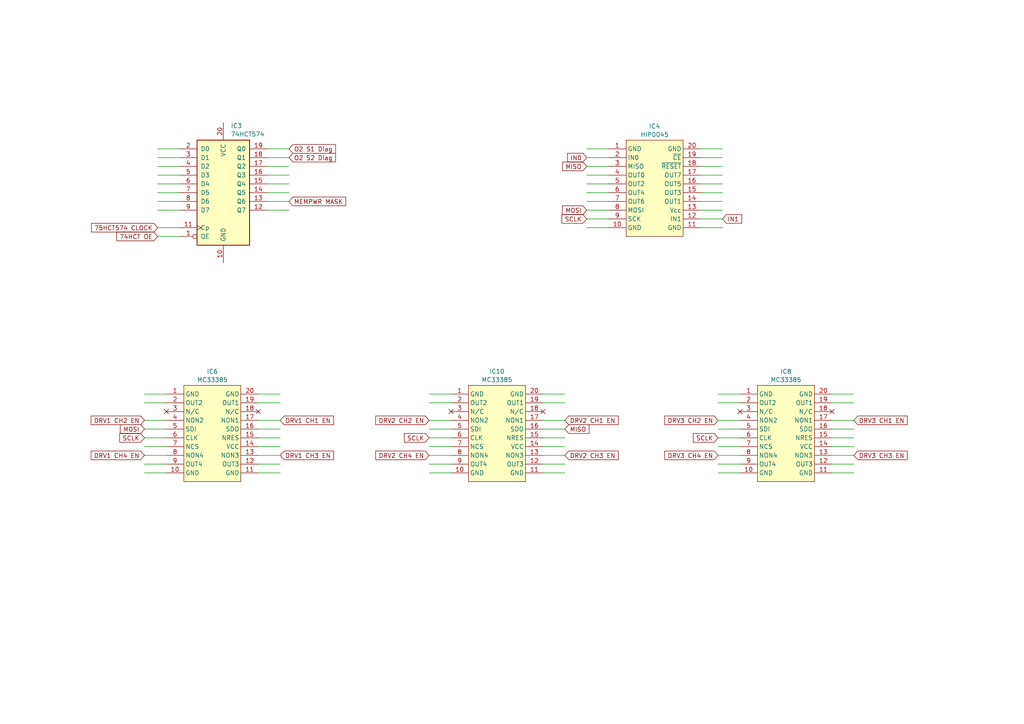
<source format=kicad_sch>
(kicad_sch
	(version 20250114)
	(generator "eeschema")
	(generator_version "9.0")
	(uuid "eda7d0c5-9d8c-4328-a872-3b457afecc6a")
	(paper "A4")
	(lib_symbols
		(symbol "74xx:74HCT574"
			(pin_names
				(offset 1.016)
			)
			(exclude_from_sim no)
			(in_bom yes)
			(on_board yes)
			(property "Reference" "U"
				(at -7.62 16.51 0)
				(effects
					(font
						(size 1.27 1.27)
					)
				)
			)
			(property "Value" "74HCT574"
				(at -7.62 -16.51 0)
				(effects
					(font
						(size 1.27 1.27)
					)
				)
			)
			(property "Footprint" ""
				(at 0 0 0)
				(effects
					(font
						(size 1.27 1.27)
					)
					(hide yes)
				)
			)
			(property "Datasheet" "http://www.ti.com/lit/gpn/sn74HCT574"
				(at 0 0 0)
				(effects
					(font
						(size 1.27 1.27)
					)
					(hide yes)
				)
			)
			(property "Description" "8-bit Register, 3-state outputs"
				(at 0 0 0)
				(effects
					(font
						(size 1.27 1.27)
					)
					(hide yes)
				)
			)
			(property "ki_locked" ""
				(at 0 0 0)
				(effects
					(font
						(size 1.27 1.27)
					)
				)
			)
			(property "ki_keywords" "TTL REG DFF DFF8 3State"
				(at 0 0 0)
				(effects
					(font
						(size 1.27 1.27)
					)
					(hide yes)
				)
			)
			(property "ki_fp_filters" "DIP?20*"
				(at 0 0 0)
				(effects
					(font
						(size 1.27 1.27)
					)
					(hide yes)
				)
			)
			(symbol "74HCT574_1_0"
				(pin input line
					(at -12.7 12.7 0)
					(length 5.08)
					(name "D0"
						(effects
							(font
								(size 1.27 1.27)
							)
						)
					)
					(number "2"
						(effects
							(font
								(size 1.27 1.27)
							)
						)
					)
				)
				(pin input line
					(at -12.7 10.16 0)
					(length 5.08)
					(name "D1"
						(effects
							(font
								(size 1.27 1.27)
							)
						)
					)
					(number "3"
						(effects
							(font
								(size 1.27 1.27)
							)
						)
					)
				)
				(pin input line
					(at -12.7 7.62 0)
					(length 5.08)
					(name "D2"
						(effects
							(font
								(size 1.27 1.27)
							)
						)
					)
					(number "4"
						(effects
							(font
								(size 1.27 1.27)
							)
						)
					)
				)
				(pin input line
					(at -12.7 5.08 0)
					(length 5.08)
					(name "D3"
						(effects
							(font
								(size 1.27 1.27)
							)
						)
					)
					(number "5"
						(effects
							(font
								(size 1.27 1.27)
							)
						)
					)
				)
				(pin input line
					(at -12.7 2.54 0)
					(length 5.08)
					(name "D4"
						(effects
							(font
								(size 1.27 1.27)
							)
						)
					)
					(number "6"
						(effects
							(font
								(size 1.27 1.27)
							)
						)
					)
				)
				(pin input line
					(at -12.7 0 0)
					(length 5.08)
					(name "D5"
						(effects
							(font
								(size 1.27 1.27)
							)
						)
					)
					(number "7"
						(effects
							(font
								(size 1.27 1.27)
							)
						)
					)
				)
				(pin input line
					(at -12.7 -2.54 0)
					(length 5.08)
					(name "D6"
						(effects
							(font
								(size 1.27 1.27)
							)
						)
					)
					(number "8"
						(effects
							(font
								(size 1.27 1.27)
							)
						)
					)
				)
				(pin input line
					(at -12.7 -5.08 0)
					(length 5.08)
					(name "D7"
						(effects
							(font
								(size 1.27 1.27)
							)
						)
					)
					(number "9"
						(effects
							(font
								(size 1.27 1.27)
							)
						)
					)
				)
				(pin input clock
					(at -12.7 -10.16 0)
					(length 5.08)
					(name "Cp"
						(effects
							(font
								(size 1.27 1.27)
							)
						)
					)
					(number "11"
						(effects
							(font
								(size 1.27 1.27)
							)
						)
					)
				)
				(pin input inverted
					(at -12.7 -12.7 0)
					(length 5.08)
					(name "OE"
						(effects
							(font
								(size 1.27 1.27)
							)
						)
					)
					(number "1"
						(effects
							(font
								(size 1.27 1.27)
							)
						)
					)
				)
				(pin power_in line
					(at 0 20.32 270)
					(length 5.08)
					(name "VCC"
						(effects
							(font
								(size 1.27 1.27)
							)
						)
					)
					(number "20"
						(effects
							(font
								(size 1.27 1.27)
							)
						)
					)
				)
				(pin power_in line
					(at 0 -20.32 90)
					(length 5.08)
					(name "GND"
						(effects
							(font
								(size 1.27 1.27)
							)
						)
					)
					(number "10"
						(effects
							(font
								(size 1.27 1.27)
							)
						)
					)
				)
				(pin tri_state line
					(at 12.7 12.7 180)
					(length 5.08)
					(name "Q0"
						(effects
							(font
								(size 1.27 1.27)
							)
						)
					)
					(number "19"
						(effects
							(font
								(size 1.27 1.27)
							)
						)
					)
				)
				(pin tri_state line
					(at 12.7 10.16 180)
					(length 5.08)
					(name "Q1"
						(effects
							(font
								(size 1.27 1.27)
							)
						)
					)
					(number "18"
						(effects
							(font
								(size 1.27 1.27)
							)
						)
					)
				)
				(pin tri_state line
					(at 12.7 7.62 180)
					(length 5.08)
					(name "Q2"
						(effects
							(font
								(size 1.27 1.27)
							)
						)
					)
					(number "17"
						(effects
							(font
								(size 1.27 1.27)
							)
						)
					)
				)
				(pin tri_state line
					(at 12.7 5.08 180)
					(length 5.08)
					(name "Q3"
						(effects
							(font
								(size 1.27 1.27)
							)
						)
					)
					(number "16"
						(effects
							(font
								(size 1.27 1.27)
							)
						)
					)
				)
				(pin tri_state line
					(at 12.7 2.54 180)
					(length 5.08)
					(name "Q4"
						(effects
							(font
								(size 1.27 1.27)
							)
						)
					)
					(number "15"
						(effects
							(font
								(size 1.27 1.27)
							)
						)
					)
				)
				(pin tri_state line
					(at 12.7 0 180)
					(length 5.08)
					(name "Q5"
						(effects
							(font
								(size 1.27 1.27)
							)
						)
					)
					(number "14"
						(effects
							(font
								(size 1.27 1.27)
							)
						)
					)
				)
				(pin tri_state line
					(at 12.7 -2.54 180)
					(length 5.08)
					(name "Q6"
						(effects
							(font
								(size 1.27 1.27)
							)
						)
					)
					(number "13"
						(effects
							(font
								(size 1.27 1.27)
							)
						)
					)
				)
				(pin tri_state line
					(at 12.7 -5.08 180)
					(length 5.08)
					(name "Q7"
						(effects
							(font
								(size 1.27 1.27)
							)
						)
					)
					(number "12"
						(effects
							(font
								(size 1.27 1.27)
							)
						)
					)
				)
			)
			(symbol "74HCT574_1_1"
				(rectangle
					(start -7.62 15.24)
					(end 7.62 -15.24)
					(stroke
						(width 0.254)
						(type default)
					)
					(fill
						(type background)
					)
				)
			)
			(embedded_fonts no)
		)
		(symbol "SIMK43:HIP0045"
			(exclude_from_sim no)
			(in_bom yes)
			(on_board yes)
			(property "Reference" "IC"
				(at 1.27 -12.446 0)
				(effects
					(font
						(size 1.27 1.27)
					)
				)
			)
			(property "Value" ""
				(at 0 0 0)
				(effects
					(font
						(size 1.27 1.27)
					)
				)
			)
			(property "Footprint" ""
				(at 0 0 0)
				(effects
					(font
						(size 1.27 1.27)
					)
					(hide yes)
				)
			)
			(property "Datasheet" ""
				(at 0 0 0)
				(effects
					(font
						(size 1.27 1.27)
					)
					(hide yes)
				)
			)
			(property "Description" ""
				(at 0 0 0)
				(effects
					(font
						(size 1.27 1.27)
					)
					(hide yes)
				)
			)
			(symbol "HIP0045_1_1"
				(rectangle
					(start -7.62 13.97)
					(end 8.89 -13.97)
					(stroke
						(width 0)
						(type solid)
					)
					(fill
						(type color)
						(color 255 255 194 1)
					)
				)
				(pin bidirectional line
					(at -12.7 11.43 0)
					(length 5)
					(name "GND"
						(effects
							(font
								(size 1.27 1.27)
							)
						)
					)
					(number "1"
						(effects
							(font
								(size 1.27 1.27)
							)
						)
					)
				)
				(pin bidirectional line
					(at -12.7 8.89 0)
					(length 5)
					(name "IN0"
						(effects
							(font
								(size 1.27 1.27)
							)
						)
					)
					(number "2"
						(effects
							(font
								(size 1.27 1.27)
							)
						)
					)
				)
				(pin bidirectional line
					(at -12.7 6.35 0)
					(length 5)
					(name "MISO"
						(effects
							(font
								(size 1.27 1.27)
							)
						)
					)
					(number "3"
						(effects
							(font
								(size 1.27 1.27)
							)
						)
					)
				)
				(pin bidirectional line
					(at -12.7 3.81 0)
					(length 5)
					(name "OUT0"
						(effects
							(font
								(size 1.27 1.27)
							)
						)
					)
					(number "4"
						(effects
							(font
								(size 1.27 1.27)
							)
						)
					)
				)
				(pin bidirectional line
					(at -12.7 1.27 0)
					(length 5)
					(name "OUT2"
						(effects
							(font
								(size 1.27 1.27)
							)
						)
					)
					(number "5"
						(effects
							(font
								(size 1.27 1.27)
							)
						)
					)
				)
				(pin bidirectional line
					(at -12.7 -1.27 0)
					(length 5)
					(name "OUT4"
						(effects
							(font
								(size 1.27 1.27)
							)
						)
					)
					(number "6"
						(effects
							(font
								(size 1.27 1.27)
							)
						)
					)
				)
				(pin bidirectional line
					(at -12.7 -3.81 0)
					(length 5)
					(name "OUT6"
						(effects
							(font
								(size 1.27 1.27)
							)
						)
					)
					(number "7"
						(effects
							(font
								(size 1.27 1.27)
							)
						)
					)
				)
				(pin bidirectional line
					(at -12.7 -6.35 0)
					(length 5)
					(name "MOSI"
						(effects
							(font
								(size 1.27 1.27)
							)
						)
					)
					(number "8"
						(effects
							(font
								(size 1.27 1.27)
							)
						)
					)
				)
				(pin bidirectional line
					(at -12.7 -8.89 0)
					(length 5)
					(name "SCK"
						(effects
							(font
								(size 1.27 1.27)
							)
						)
					)
					(number "9"
						(effects
							(font
								(size 1.27 1.27)
							)
						)
					)
				)
				(pin bidirectional line
					(at -12.7 -11.43 0)
					(length 5)
					(name "GND"
						(effects
							(font
								(size 1.27 1.27)
							)
						)
					)
					(number "10"
						(effects
							(font
								(size 1.27 1.27)
							)
						)
					)
				)
				(pin bidirectional line
					(at 13.97 11.43 180)
					(length 5)
					(name "GND"
						(effects
							(font
								(size 1.27 1.27)
							)
						)
					)
					(number "20"
						(effects
							(font
								(size 1.27 1.27)
							)
						)
					)
				)
				(pin bidirectional line
					(at 13.97 8.89 180)
					(length 5)
					(name "~{CE}"
						(effects
							(font
								(size 1.27 1.27)
							)
						)
					)
					(number "19"
						(effects
							(font
								(size 1.27 1.27)
							)
						)
					)
				)
				(pin bidirectional line
					(at 13.97 6.35 180)
					(length 5)
					(name "~{RESET}"
						(effects
							(font
								(size 1.27 1.27)
							)
						)
					)
					(number "18"
						(effects
							(font
								(size 1.27 1.27)
							)
						)
					)
				)
				(pin bidirectional line
					(at 13.97 3.81 180)
					(length 5)
					(name "OUT7"
						(effects
							(font
								(size 1.27 1.27)
							)
						)
					)
					(number "17"
						(effects
							(font
								(size 1.27 1.27)
							)
						)
					)
				)
				(pin bidirectional line
					(at 13.97 1.27 180)
					(length 5)
					(name "OUT5"
						(effects
							(font
								(size 1.27 1.27)
							)
						)
					)
					(number "16"
						(effects
							(font
								(size 1.27 1.27)
							)
						)
					)
				)
				(pin bidirectional line
					(at 13.97 -1.27 180)
					(length 5)
					(name "OUT3"
						(effects
							(font
								(size 1.27 1.27)
							)
						)
					)
					(number "15"
						(effects
							(font
								(size 1.27 1.27)
							)
						)
					)
				)
				(pin bidirectional line
					(at 13.97 -3.81 180)
					(length 5)
					(name "OUT1"
						(effects
							(font
								(size 1.27 1.27)
							)
						)
					)
					(number "14"
						(effects
							(font
								(size 1.27 1.27)
							)
						)
					)
				)
				(pin bidirectional line
					(at 13.97 -6.35 180)
					(length 5)
					(name "Vcc"
						(effects
							(font
								(size 1.27 1.27)
							)
						)
					)
					(number "13"
						(effects
							(font
								(size 1.27 1.27)
							)
						)
					)
				)
				(pin bidirectional line
					(at 13.97 -8.89 180)
					(length 5)
					(name "IN1"
						(effects
							(font
								(size 1.27 1.27)
							)
						)
					)
					(number "12"
						(effects
							(font
								(size 1.27 1.27)
							)
						)
					)
				)
				(pin bidirectional line
					(at 13.97 -11.43 180)
					(length 5)
					(name "GND"
						(effects
							(font
								(size 1.27 1.27)
							)
						)
					)
					(number "11"
						(effects
							(font
								(size 1.27 1.27)
							)
						)
					)
				)
			)
			(embedded_fonts no)
		)
		(symbol "SIMK43:MC33385"
			(exclude_from_sim no)
			(in_bom yes)
			(on_board yes)
			(property "Reference" "IC"
				(at 0 -12.7 0)
				(effects
					(font
						(size 1.27 1.27)
					)
				)
			)
			(property "Value" ""
				(at 0 0 0)
				(effects
					(font
						(size 1.27 1.27)
					)
				)
			)
			(property "Footprint" ""
				(at 0 0 0)
				(effects
					(font
						(size 1.27 1.27)
					)
					(hide yes)
				)
			)
			(property "Datasheet" ""
				(at 0 0 0)
				(effects
					(font
						(size 1.27 1.27)
					)
					(hide yes)
				)
			)
			(property "Description" ""
				(at 0 0 0)
				(effects
					(font
						(size 1.27 1.27)
					)
					(hide yes)
				)
			)
			(symbol "MC33385_0_1"
				(polyline
					(pts
						(xy -14.605 6.985) (xy -13.335 5.715)
					)
					(stroke
						(width 0)
						(type default)
					)
					(fill
						(type none)
					)
				)
				(polyline
					(pts
						(xy -13.335 6.985) (xy -14.605 5.715)
					)
					(stroke
						(width 0)
						(type default)
					)
					(fill
						(type none)
					)
				)
				(polyline
					(pts
						(xy 12.065 6.985) (xy 13.335 5.715)
					)
					(stroke
						(width 0)
						(type default)
					)
					(fill
						(type none)
					)
				)
				(polyline
					(pts
						(xy 13.335 6.985) (xy 12.065 5.715)
					)
					(stroke
						(width 0)
						(type default)
					)
					(fill
						(type none)
					)
				)
			)
			(symbol "MC33385_1_1"
				(rectangle
					(start -8.89 13.97)
					(end 7.62 -13.97)
					(stroke
						(width 0)
						(type solid)
					)
					(fill
						(type color)
						(color 255 255 194 1)
					)
				)
				(pin bidirectional line
					(at -13.97 11.43 0)
					(length 5)
					(name "GND"
						(effects
							(font
								(size 1.27 1.27)
							)
						)
					)
					(number "1"
						(effects
							(font
								(size 1.27 1.27)
							)
						)
					)
				)
				(pin bidirectional line
					(at -13.97 8.89 0)
					(length 5)
					(name "OUT2"
						(effects
							(font
								(size 1.27 1.27)
							)
						)
					)
					(number "2"
						(effects
							(font
								(size 1.27 1.27)
							)
						)
					)
				)
				(pin bidirectional line
					(at -13.97 6.35 0)
					(length 5)
					(name "N/C"
						(effects
							(font
								(size 1.27 1.27)
							)
						)
					)
					(number "3"
						(effects
							(font
								(size 1.27 1.27)
							)
						)
					)
				)
				(pin bidirectional line
					(at -13.97 3.81 0)
					(length 5)
					(name "NON2"
						(effects
							(font
								(size 1.27 1.27)
							)
						)
					)
					(number "4"
						(effects
							(font
								(size 1.27 1.27)
							)
						)
					)
				)
				(pin bidirectional line
					(at -13.97 1.27 0)
					(length 5)
					(name "SDI"
						(effects
							(font
								(size 1.27 1.27)
							)
						)
					)
					(number "5"
						(effects
							(font
								(size 1.27 1.27)
							)
						)
					)
				)
				(pin bidirectional line
					(at -13.97 -1.27 0)
					(length 5)
					(name "CLK"
						(effects
							(font
								(size 1.27 1.27)
							)
						)
					)
					(number "6"
						(effects
							(font
								(size 1.27 1.27)
							)
						)
					)
				)
				(pin bidirectional line
					(at -13.97 -3.81 0)
					(length 5)
					(name "NCS"
						(effects
							(font
								(size 1.27 1.27)
							)
						)
					)
					(number "7"
						(effects
							(font
								(size 1.27 1.27)
							)
						)
					)
				)
				(pin bidirectional line
					(at -13.97 -6.35 0)
					(length 5)
					(name "NON4"
						(effects
							(font
								(size 1.27 1.27)
							)
						)
					)
					(number "8"
						(effects
							(font
								(size 1.27 1.27)
							)
						)
					)
				)
				(pin bidirectional line
					(at -13.97 -8.89 0)
					(length 5)
					(name "OUT4"
						(effects
							(font
								(size 1.27 1.27)
							)
						)
					)
					(number "9"
						(effects
							(font
								(size 1.27 1.27)
							)
						)
					)
				)
				(pin bidirectional line
					(at -13.97 -11.43 0)
					(length 5)
					(name "GND"
						(effects
							(font
								(size 1.27 1.27)
							)
						)
					)
					(number "10"
						(effects
							(font
								(size 1.27 1.27)
							)
						)
					)
				)
				(pin bidirectional line
					(at 12.7 11.43 180)
					(length 5)
					(name "GND"
						(effects
							(font
								(size 1.27 1.27)
							)
						)
					)
					(number "20"
						(effects
							(font
								(size 1.27 1.27)
							)
						)
					)
				)
				(pin bidirectional line
					(at 12.7 8.89 180)
					(length 5)
					(name "OUT1"
						(effects
							(font
								(size 1.27 1.27)
							)
						)
					)
					(number "19"
						(effects
							(font
								(size 1.27 1.27)
							)
						)
					)
				)
				(pin bidirectional line
					(at 12.7 6.35 180)
					(length 5)
					(name "N/C"
						(effects
							(font
								(size 1.27 1.27)
							)
						)
					)
					(number "18"
						(effects
							(font
								(size 1.27 1.27)
							)
						)
					)
				)
				(pin bidirectional line
					(at 12.7 3.81 180)
					(length 5)
					(name "NON1"
						(effects
							(font
								(size 1.27 1.27)
							)
						)
					)
					(number "17"
						(effects
							(font
								(size 1.27 1.27)
							)
						)
					)
				)
				(pin bidirectional line
					(at 12.7 1.27 180)
					(length 5)
					(name "SDO"
						(effects
							(font
								(size 1.27 1.27)
							)
						)
					)
					(number "16"
						(effects
							(font
								(size 1.27 1.27)
							)
						)
					)
				)
				(pin bidirectional line
					(at 12.7 -1.27 180)
					(length 5)
					(name "NRES"
						(effects
							(font
								(size 1.27 1.27)
							)
						)
					)
					(number "15"
						(effects
							(font
								(size 1.27 1.27)
							)
						)
					)
				)
				(pin bidirectional line
					(at 12.7 -3.81 180)
					(length 5)
					(name "VCC"
						(effects
							(font
								(size 1.27 1.27)
							)
						)
					)
					(number "14"
						(effects
							(font
								(size 1.27 1.27)
							)
						)
					)
				)
				(pin bidirectional line
					(at 12.7 -6.35 180)
					(length 5)
					(name "NON3"
						(effects
							(font
								(size 1.27 1.27)
							)
						)
					)
					(number "13"
						(effects
							(font
								(size 1.27 1.27)
							)
						)
					)
				)
				(pin bidirectional line
					(at 12.7 -8.89 180)
					(length 5)
					(name "OUT3"
						(effects
							(font
								(size 1.27 1.27)
							)
						)
					)
					(number "12"
						(effects
							(font
								(size 1.27 1.27)
							)
						)
					)
				)
				(pin bidirectional line
					(at 12.7 -11.43 180)
					(length 5)
					(name "GND"
						(effects
							(font
								(size 1.27 1.27)
							)
						)
					)
					(number "11"
						(effects
							(font
								(size 1.27 1.27)
							)
						)
					)
				)
			)
			(embedded_fonts no)
		)
	)
	(wire
		(pts
			(xy 74.93 129.54) (xy 81.28 129.54)
		)
		(stroke
			(width 0)
			(type default)
		)
		(uuid "00789091-ae23-4d9d-a433-b5acf7f6cc71")
	)
	(wire
		(pts
			(xy 157.48 137.16) (xy 163.83 137.16)
		)
		(stroke
			(width 0)
			(type default)
		)
		(uuid "00c70907-cb72-46ae-82a1-721c24c04806")
	)
	(wire
		(pts
			(xy 214.63 124.46) (xy 208.28 124.46)
		)
		(stroke
			(width 0)
			(type default)
		)
		(uuid "04e4b758-2479-4233-91b8-f9f1c6591dcf")
	)
	(wire
		(pts
			(xy 48.26 114.3) (xy 41.91 114.3)
		)
		(stroke
			(width 0)
			(type default)
		)
		(uuid "0701dabd-bd96-4a26-9507-7e21e7e7884e")
	)
	(wire
		(pts
			(xy 77.47 55.88) (xy 83.82 55.88)
		)
		(stroke
			(width 0)
			(type default)
		)
		(uuid "077280c5-00ed-41d1-b57f-8eb763b51d3e")
	)
	(wire
		(pts
			(xy 77.47 53.34) (xy 83.82 53.34)
		)
		(stroke
			(width 0)
			(type default)
		)
		(uuid "0b4b3cc8-e580-4ed9-9a61-51105550427b")
	)
	(wire
		(pts
			(xy 130.81 116.84) (xy 124.46 116.84)
		)
		(stroke
			(width 0)
			(type default)
		)
		(uuid "1254b5b5-deef-4e03-84d0-b2345cb68207")
	)
	(wire
		(pts
			(xy 48.26 127) (xy 41.91 127)
		)
		(stroke
			(width 0)
			(type default)
		)
		(uuid "144ce85b-8173-4998-b8a8-553402f00e80")
	)
	(wire
		(pts
			(xy 203.2 63.5) (xy 209.55 63.5)
		)
		(stroke
			(width 0)
			(type default)
		)
		(uuid "167d5740-7d67-46d7-adca-a2b13d7339ae")
	)
	(wire
		(pts
			(xy 48.26 116.84) (xy 41.91 116.84)
		)
		(stroke
			(width 0)
			(type default)
		)
		(uuid "17337b4c-9b9a-4153-9f77-56c9a1a79944")
	)
	(wire
		(pts
			(xy 45.72 55.88) (xy 52.07 55.88)
		)
		(stroke
			(width 0)
			(type default)
		)
		(uuid "1b8bd3fb-d28f-42b7-927d-eeef3016a7dd")
	)
	(wire
		(pts
			(xy 48.26 121.92) (xy 41.91 121.92)
		)
		(stroke
			(width 0)
			(type default)
		)
		(uuid "1d2bd029-4b4c-4999-b579-caf1b6396b22")
	)
	(wire
		(pts
			(xy 214.63 114.3) (xy 208.28 114.3)
		)
		(stroke
			(width 0)
			(type default)
		)
		(uuid "1dc4a1fb-0425-4f8c-bc23-e8d2ea7d68c2")
	)
	(wire
		(pts
			(xy 77.47 58.42) (xy 83.82 58.42)
		)
		(stroke
			(width 0)
			(type default)
		)
		(uuid "1ed957ed-d1ca-475b-83c3-79c792c33f4b")
	)
	(wire
		(pts
			(xy 241.3 116.84) (xy 247.65 116.84)
		)
		(stroke
			(width 0)
			(type default)
		)
		(uuid "1f5f5f7c-7dfe-4475-8f37-8fbce0200949")
	)
	(wire
		(pts
			(xy 241.3 121.92) (xy 247.65 121.92)
		)
		(stroke
			(width 0)
			(type default)
		)
		(uuid "221c7b4f-408b-4c2d-b240-0b0cd947e910")
	)
	(wire
		(pts
			(xy 45.72 45.72) (xy 52.07 45.72)
		)
		(stroke
			(width 0)
			(type default)
		)
		(uuid "274535af-dc19-42e0-9923-cbcbf5a0f710")
	)
	(wire
		(pts
			(xy 214.63 116.84) (xy 208.28 116.84)
		)
		(stroke
			(width 0)
			(type default)
		)
		(uuid "2f494cb0-2bb8-4441-a8a2-a43894008b02")
	)
	(wire
		(pts
			(xy 48.26 124.46) (xy 41.91 124.46)
		)
		(stroke
			(width 0)
			(type default)
		)
		(uuid "340b14d3-119d-40b9-ae35-5b3db798fa59")
	)
	(wire
		(pts
			(xy 203.2 48.26) (xy 209.55 48.26)
		)
		(stroke
			(width 0)
			(type default)
		)
		(uuid "34ae1041-cfa6-46e7-9381-1c59c9a424da")
	)
	(wire
		(pts
			(xy 77.47 60.96) (xy 83.82 60.96)
		)
		(stroke
			(width 0)
			(type default)
		)
		(uuid "3987c14d-88ec-47ee-b146-e80ef9860a53")
	)
	(wire
		(pts
			(xy 241.3 129.54) (xy 247.65 129.54)
		)
		(stroke
			(width 0)
			(type default)
		)
		(uuid "42c69fd5-4911-4c7c-bedf-d8718adff8d1")
	)
	(wire
		(pts
			(xy 130.81 137.16) (xy 124.46 137.16)
		)
		(stroke
			(width 0)
			(type default)
		)
		(uuid "45d4d3ba-e391-4bfb-8d57-142a54eff656")
	)
	(wire
		(pts
			(xy 77.47 50.8) (xy 83.82 50.8)
		)
		(stroke
			(width 0)
			(type default)
		)
		(uuid "49f197d9-035d-4e72-a811-b51ad59221e9")
	)
	(wire
		(pts
			(xy 203.2 45.72) (xy 209.55 45.72)
		)
		(stroke
			(width 0)
			(type default)
		)
		(uuid "4b80e269-6aca-498d-8802-dada36f05f19")
	)
	(wire
		(pts
			(xy 241.3 114.3) (xy 247.65 114.3)
		)
		(stroke
			(width 0)
			(type default)
		)
		(uuid "4b9100c4-c360-416a-8cd4-220849b7106c")
	)
	(wire
		(pts
			(xy 241.3 134.62) (xy 247.65 134.62)
		)
		(stroke
			(width 0)
			(type default)
		)
		(uuid "4fab152d-701f-47e6-9692-36b497cbf7cf")
	)
	(wire
		(pts
			(xy 157.48 127) (xy 163.83 127)
		)
		(stroke
			(width 0)
			(type default)
		)
		(uuid "52a0c5aa-366a-408b-9276-b8f7f8e10de7")
	)
	(wire
		(pts
			(xy 74.93 116.84) (xy 81.28 116.84)
		)
		(stroke
			(width 0)
			(type default)
		)
		(uuid "53b0e911-4619-4051-a494-ea2e54f71fc8")
	)
	(wire
		(pts
			(xy 157.48 121.92) (xy 163.83 121.92)
		)
		(stroke
			(width 0)
			(type default)
		)
		(uuid "53d61282-3f7f-4f69-8ad5-27cccdc7efde")
	)
	(wire
		(pts
			(xy 241.3 137.16) (xy 247.65 137.16)
		)
		(stroke
			(width 0)
			(type default)
		)
		(uuid "549236b0-12b6-4704-971a-e02f4d457e0a")
	)
	(wire
		(pts
			(xy 157.48 116.84) (xy 163.83 116.84)
		)
		(stroke
			(width 0)
			(type default)
		)
		(uuid "5ff56e93-94d4-46f5-826c-e782c99e83c9")
	)
	(wire
		(pts
			(xy 170.18 50.8) (xy 176.53 50.8)
		)
		(stroke
			(width 0)
			(type default)
		)
		(uuid "609fd71a-5451-4e0a-955b-39795c9cbbde")
	)
	(wire
		(pts
			(xy 74.93 134.62) (xy 81.28 134.62)
		)
		(stroke
			(width 0)
			(type default)
		)
		(uuid "6585d9ba-4e15-4cbb-87b4-0cf8f49b08d2")
	)
	(wire
		(pts
			(xy 45.72 60.96) (xy 52.07 60.96)
		)
		(stroke
			(width 0)
			(type default)
		)
		(uuid "66c3308b-4e5b-4b59-aa1a-a33118e92779")
	)
	(wire
		(pts
			(xy 170.18 60.96) (xy 176.53 60.96)
		)
		(stroke
			(width 0)
			(type default)
		)
		(uuid "6861230f-ae10-4985-99a6-1ae116c39bba")
	)
	(wire
		(pts
			(xy 170.18 43.18) (xy 176.53 43.18)
		)
		(stroke
			(width 0)
			(type default)
		)
		(uuid "6d18e9b8-6b7a-4dea-a303-de73ac5fbd09")
	)
	(wire
		(pts
			(xy 74.93 124.46) (xy 81.28 124.46)
		)
		(stroke
			(width 0)
			(type default)
		)
		(uuid "6d513714-f76f-43fd-a3f0-04249718235b")
	)
	(wire
		(pts
			(xy 203.2 43.18) (xy 209.55 43.18)
		)
		(stroke
			(width 0)
			(type default)
		)
		(uuid "6d5fec91-5043-4398-81b2-217153aa7fef")
	)
	(wire
		(pts
			(xy 45.72 53.34) (xy 52.07 53.34)
		)
		(stroke
			(width 0)
			(type default)
		)
		(uuid "727efc41-5713-4f86-b325-38fd48772576")
	)
	(wire
		(pts
			(xy 74.93 137.16) (xy 81.28 137.16)
		)
		(stroke
			(width 0)
			(type default)
		)
		(uuid "73a7befc-5440-4b62-98cc-03e811ac16ad")
	)
	(wire
		(pts
			(xy 170.18 45.72) (xy 176.53 45.72)
		)
		(stroke
			(width 0)
			(type default)
		)
		(uuid "77881301-802d-4d32-a429-33e31b77d1ca")
	)
	(wire
		(pts
			(xy 203.2 50.8) (xy 209.55 50.8)
		)
		(stroke
			(width 0)
			(type default)
		)
		(uuid "77dc680c-2903-4260-b51e-2cd96d7edc57")
	)
	(wire
		(pts
			(xy 45.72 48.26) (xy 52.07 48.26)
		)
		(stroke
			(width 0)
			(type default)
		)
		(uuid "7ad89a5d-6371-4707-b433-3dac692894ac")
	)
	(wire
		(pts
			(xy 130.81 114.3) (xy 124.46 114.3)
		)
		(stroke
			(width 0)
			(type default)
		)
		(uuid "7ca8d5a4-cb32-4185-891c-3d1bbce90a01")
	)
	(wire
		(pts
			(xy 130.81 134.62) (xy 124.46 134.62)
		)
		(stroke
			(width 0)
			(type default)
		)
		(uuid "7d373e25-2997-4433-8184-385fa2d743ba")
	)
	(wire
		(pts
			(xy 74.93 121.92) (xy 81.28 121.92)
		)
		(stroke
			(width 0)
			(type default)
		)
		(uuid "7e5b4e24-97db-4f49-89d9-72ec5077073c")
	)
	(wire
		(pts
			(xy 170.18 55.88) (xy 176.53 55.88)
		)
		(stroke
			(width 0)
			(type default)
		)
		(uuid "7fe7720c-0713-4cad-b5a8-f51c1ac0bcf8")
	)
	(wire
		(pts
			(xy 214.63 134.62) (xy 208.28 134.62)
		)
		(stroke
			(width 0)
			(type default)
		)
		(uuid "839b8091-cc18-4086-a88c-94410a1eeb59")
	)
	(wire
		(pts
			(xy 130.81 129.54) (xy 124.46 129.54)
		)
		(stroke
			(width 0)
			(type default)
		)
		(uuid "8cf3bfef-7835-4a26-826b-66de160c70b2")
	)
	(wire
		(pts
			(xy 157.48 134.62) (xy 163.83 134.62)
		)
		(stroke
			(width 0)
			(type default)
		)
		(uuid "92f6d263-79e4-4ba0-bf1e-5bd0ab716364")
	)
	(wire
		(pts
			(xy 74.93 114.3) (xy 81.28 114.3)
		)
		(stroke
			(width 0)
			(type default)
		)
		(uuid "932f7e92-fe76-4223-8630-a0b471caf75b")
	)
	(wire
		(pts
			(xy 214.63 127) (xy 208.28 127)
		)
		(stroke
			(width 0)
			(type default)
		)
		(uuid "957747e7-189f-4790-a490-b57c2ed42336")
	)
	(wire
		(pts
			(xy 45.72 68.58) (xy 52.07 68.58)
		)
		(stroke
			(width 0)
			(type default)
		)
		(uuid "95c952a7-41cd-4b49-adf7-5789cff2a143")
	)
	(wire
		(pts
			(xy 130.81 127) (xy 124.46 127)
		)
		(stroke
			(width 0)
			(type default)
		)
		(uuid "968f1023-cabc-449c-86aa-16f788504fd9")
	)
	(wire
		(pts
			(xy 74.93 132.08) (xy 81.28 132.08)
		)
		(stroke
			(width 0)
			(type default)
		)
		(uuid "96e23960-83b0-4b2d-a0e1-af3211f7377a")
	)
	(wire
		(pts
			(xy 214.63 132.08) (xy 208.28 132.08)
		)
		(stroke
			(width 0)
			(type default)
		)
		(uuid "9d070d34-90e1-4bb3-b08e-610598b9df4f")
	)
	(wire
		(pts
			(xy 241.3 124.46) (xy 247.65 124.46)
		)
		(stroke
			(width 0)
			(type default)
		)
		(uuid "9e27d284-3168-46db-9794-37af8b3eec09")
	)
	(wire
		(pts
			(xy 203.2 55.88) (xy 209.55 55.88)
		)
		(stroke
			(width 0)
			(type default)
		)
		(uuid "a055d49c-67ff-4784-8bc8-3cd7415b4f9c")
	)
	(wire
		(pts
			(xy 241.3 127) (xy 247.65 127)
		)
		(stroke
			(width 0)
			(type default)
		)
		(uuid "a0dca412-d099-43e1-b945-9d7fb329f3ca")
	)
	(wire
		(pts
			(xy 48.26 134.62) (xy 41.91 134.62)
		)
		(stroke
			(width 0)
			(type default)
		)
		(uuid "a26b4095-b982-488e-a094-f78004eb0210")
	)
	(wire
		(pts
			(xy 170.18 58.42) (xy 176.53 58.42)
		)
		(stroke
			(width 0)
			(type default)
		)
		(uuid "a44e6334-c4c5-4550-a119-9e529d45e4c9")
	)
	(wire
		(pts
			(xy 45.72 43.18) (xy 52.07 43.18)
		)
		(stroke
			(width 0)
			(type default)
		)
		(uuid "a51c09a9-e5bd-4914-aca2-bc15e860a77a")
	)
	(wire
		(pts
			(xy 214.63 137.16) (xy 208.28 137.16)
		)
		(stroke
			(width 0)
			(type default)
		)
		(uuid "a7bebfca-0064-4c4f-b555-da332ed03daa")
	)
	(wire
		(pts
			(xy 77.47 43.18) (xy 83.82 43.18)
		)
		(stroke
			(width 0)
			(type default)
		)
		(uuid "abaf4c16-c90a-4e67-bd65-6683dac0c30c")
	)
	(wire
		(pts
			(xy 170.18 66.04) (xy 176.53 66.04)
		)
		(stroke
			(width 0)
			(type default)
		)
		(uuid "abf2f35f-e400-42d2-8fce-f795e5f71205")
	)
	(wire
		(pts
			(xy 214.63 121.92) (xy 208.28 121.92)
		)
		(stroke
			(width 0)
			(type default)
		)
		(uuid "afe71f09-de5f-4498-b951-295053b335b2")
	)
	(wire
		(pts
			(xy 214.63 129.54) (xy 208.28 129.54)
		)
		(stroke
			(width 0)
			(type default)
		)
		(uuid "b3244176-e995-429a-9656-48fcddd21aaf")
	)
	(wire
		(pts
			(xy 203.2 66.04) (xy 209.55 66.04)
		)
		(stroke
			(width 0)
			(type default)
		)
		(uuid "b4b5e96b-f622-484c-8a2a-ab9a820ad1aa")
	)
	(wire
		(pts
			(xy 45.72 50.8) (xy 52.07 50.8)
		)
		(stroke
			(width 0)
			(type default)
		)
		(uuid "b759fa1b-e8e5-4369-9a7a-a4d16a8079eb")
	)
	(wire
		(pts
			(xy 170.18 48.26) (xy 176.53 48.26)
		)
		(stroke
			(width 0)
			(type default)
		)
		(uuid "ba51af0d-121f-45bb-a62e-c2fb9eadf410")
	)
	(wire
		(pts
			(xy 45.72 58.42) (xy 52.07 58.42)
		)
		(stroke
			(width 0)
			(type default)
		)
		(uuid "bd90052b-0cff-45f4-80bc-fd319ec8595f")
	)
	(wire
		(pts
			(xy 74.93 127) (xy 81.28 127)
		)
		(stroke
			(width 0)
			(type default)
		)
		(uuid "c450250a-ea1a-4942-ba91-6b56f9908f71")
	)
	(wire
		(pts
			(xy 203.2 53.34) (xy 209.55 53.34)
		)
		(stroke
			(width 0)
			(type default)
		)
		(uuid "c7ac70ee-2849-4ecf-8289-26d11275b9c4")
	)
	(wire
		(pts
			(xy 170.18 63.5) (xy 176.53 63.5)
		)
		(stroke
			(width 0)
			(type default)
		)
		(uuid "cf70433a-cb70-43ea-8078-d7df36d025b6")
	)
	(wire
		(pts
			(xy 203.2 58.42) (xy 209.55 58.42)
		)
		(stroke
			(width 0)
			(type default)
		)
		(uuid "d069caba-ac85-47b9-8118-e83ed34858f6")
	)
	(wire
		(pts
			(xy 157.48 132.08) (xy 163.83 132.08)
		)
		(stroke
			(width 0)
			(type default)
		)
		(uuid "d118a60b-4f9c-4a80-89d5-54191263b809")
	)
	(wire
		(pts
			(xy 130.81 132.08) (xy 124.46 132.08)
		)
		(stroke
			(width 0)
			(type default)
		)
		(uuid "d3d07b1b-14e1-4f19-bdd2-53870320aee8")
	)
	(wire
		(pts
			(xy 77.47 45.72) (xy 83.82 45.72)
		)
		(stroke
			(width 0)
			(type default)
		)
		(uuid "da46a884-7c6d-4a9d-aed0-c085e44c748b")
	)
	(wire
		(pts
			(xy 157.48 114.3) (xy 163.83 114.3)
		)
		(stroke
			(width 0)
			(type default)
		)
		(uuid "dab398f8-78b5-4741-ac14-8f0c55078a63")
	)
	(wire
		(pts
			(xy 45.72 66.04) (xy 52.07 66.04)
		)
		(stroke
			(width 0)
			(type default)
		)
		(uuid "db3e30dd-a5f7-4b4c-ba52-a07de30e9871")
	)
	(wire
		(pts
			(xy 203.2 60.96) (xy 209.55 60.96)
		)
		(stroke
			(width 0)
			(type default)
		)
		(uuid "e00600ae-bac9-45f5-b572-e3e694bb65fb")
	)
	(wire
		(pts
			(xy 241.3 132.08) (xy 247.65 132.08)
		)
		(stroke
			(width 0)
			(type default)
		)
		(uuid "e0ce15ae-6b0a-4f1a-951c-71b11e547db4")
	)
	(wire
		(pts
			(xy 77.47 48.26) (xy 83.82 48.26)
		)
		(stroke
			(width 0)
			(type default)
		)
		(uuid "e8be11df-0e65-47ae-8bae-f58a5e917186")
	)
	(wire
		(pts
			(xy 170.18 53.34) (xy 176.53 53.34)
		)
		(stroke
			(width 0)
			(type default)
		)
		(uuid "ea874ff7-f89f-4101-b931-9bde5128c59e")
	)
	(wire
		(pts
			(xy 130.81 121.92) (xy 124.46 121.92)
		)
		(stroke
			(width 0)
			(type default)
		)
		(uuid "eaed5c44-b1b7-4385-a738-b7d4629aea7f")
	)
	(wire
		(pts
			(xy 48.26 129.54) (xy 41.91 129.54)
		)
		(stroke
			(width 0)
			(type default)
		)
		(uuid "ef21df46-4879-44b9-a2ad-c9ce13258e2e")
	)
	(wire
		(pts
			(xy 48.26 137.16) (xy 41.91 137.16)
		)
		(stroke
			(width 0)
			(type default)
		)
		(uuid "f1e8bb00-39f3-4d64-850f-4cf280e1d3a7")
	)
	(wire
		(pts
			(xy 157.48 129.54) (xy 163.83 129.54)
		)
		(stroke
			(width 0)
			(type default)
		)
		(uuid "f50f22e6-307a-4346-9fa6-599af5cd6366")
	)
	(wire
		(pts
			(xy 48.26 132.08) (xy 41.91 132.08)
		)
		(stroke
			(width 0)
			(type default)
		)
		(uuid "f8346fcf-fa68-4aa1-a4ec-8e98c83b0186")
	)
	(wire
		(pts
			(xy 157.48 124.46) (xy 163.83 124.46)
		)
		(stroke
			(width 0)
			(type default)
		)
		(uuid "fb10837d-8520-408f-b405-e19093184215")
	)
	(wire
		(pts
			(xy 130.81 124.46) (xy 124.46 124.46)
		)
		(stroke
			(width 0)
			(type default)
		)
		(uuid "ff5c40ca-fc8f-4504-9794-9411cb5a6ac3")
	)
	(global_label "SCLK"
		(shape input)
		(at 170.18 63.5 180)
		(fields_autoplaced yes)
		(effects
			(font
				(size 1.27 1.27)
			)
			(justify right)
		)
		(uuid "1411e58c-6fb8-406c-8195-cd1dbf98d412")
		(property "Intersheetrefs" "${INTERSHEET_REFS}"
			(at 163.4453 63.5 0)
			(effects
				(font
					(size 1.27 1.27)
				)
				(justify right)
				(hide yes)
			)
		)
	)
	(global_label "DRV1 CH3 EN"
		(shape input)
		(at 81.28 132.08 0)
		(fields_autoplaced yes)
		(effects
			(font
				(size 1.27 1.27)
			)
			(justify left)
		)
		(uuid "1b218a89-284b-4491-85a2-566f073108e7")
		(property "Intersheetrefs" "${INTERSHEET_REFS}"
			(at 97.328 132.08 0)
			(effects
				(font
					(size 1.27 1.27)
				)
				(justify left)
				(hide yes)
			)
		)
	)
	(global_label "75HCT574 CLOCK"
		(shape input)
		(at 45.72 66.04 180)
		(fields_autoplaced yes)
		(effects
			(font
				(size 1.27 1.27)
			)
			(justify right)
		)
		(uuid "243e4296-dcf4-4735-ac63-eac721f6a995")
		(property "Intersheetrefs" "${INTERSHEET_REFS}"
			(at 29.6115 66.04 0)
			(effects
				(font
					(size 1.27 1.27)
				)
				(justify right)
				(hide yes)
			)
		)
	)
	(global_label "MISO"
		(shape input)
		(at 170.18 48.26 180)
		(fields_autoplaced yes)
		(effects
			(font
				(size 1.27 1.27)
			)
			(justify right)
		)
		(uuid "33019ad6-8de3-438e-8bc3-14713a75f012")
		(property "Intersheetrefs" "${INTERSHEET_REFS}"
			(at 162.5986 48.26 0)
			(effects
				(font
					(size 1.27 1.27)
				)
				(justify right)
				(hide yes)
			)
		)
	)
	(global_label "DRV2 CH1 EN"
		(shape input)
		(at 163.83 121.92 0)
		(fields_autoplaced yes)
		(effects
			(font
				(size 1.27 1.27)
			)
			(justify left)
		)
		(uuid "3f3b6b87-d676-4bb8-a5cd-9e023d70cd79")
		(property "Intersheetrefs" "${INTERSHEET_REFS}"
			(at 179.878 121.92 0)
			(effects
				(font
					(size 1.27 1.27)
				)
				(justify left)
				(hide yes)
			)
		)
	)
	(global_label "O2 S2 Diag"
		(shape input)
		(at 83.82 45.72 0)
		(fields_autoplaced yes)
		(effects
			(font
				(size 1.27 1.27)
			)
			(justify left)
		)
		(uuid "460a67a9-32fa-4f7e-a363-8e3c5ac1a409")
		(property "Intersheetrefs" "${INTERSHEET_REFS}"
			(at 97.7513 45.72 0)
			(effects
				(font
					(size 1.27 1.27)
				)
				(justify left)
				(hide yes)
			)
		)
	)
	(global_label "DRV2 CH3 EN"
		(shape input)
		(at 163.83 132.08 0)
		(fields_autoplaced yes)
		(effects
			(font
				(size 1.27 1.27)
			)
			(justify left)
		)
		(uuid "525d20ed-afa3-4d0a-86cf-176091385cd9")
		(property "Intersheetrefs" "${INTERSHEET_REFS}"
			(at 179.878 132.08 0)
			(effects
				(font
					(size 1.27 1.27)
				)
				(justify left)
				(hide yes)
			)
		)
	)
	(global_label "DRV3 CH2 EN"
		(shape input)
		(at 208.28 121.92 180)
		(fields_autoplaced yes)
		(effects
			(font
				(size 1.27 1.27)
			)
			(justify right)
		)
		(uuid "6601a7f7-47f6-4b9c-891f-1b931f55db1e")
		(property "Intersheetrefs" "${INTERSHEET_REFS}"
			(at 192.232 121.92 0)
			(effects
				(font
					(size 1.27 1.27)
				)
				(justify right)
				(hide yes)
			)
		)
	)
	(global_label "MOSI"
		(shape input)
		(at 170.18 60.96 180)
		(fields_autoplaced yes)
		(effects
			(font
				(size 1.27 1.27)
			)
			(justify right)
		)
		(uuid "6a271621-da7c-42e9-b9a2-f55ae0422591")
		(property "Intersheetrefs" "${INTERSHEET_REFS}"
			(at 162.5986 60.96 0)
			(effects
				(font
					(size 1.27 1.27)
				)
				(justify right)
				(hide yes)
			)
		)
	)
	(global_label "MISO"
		(shape input)
		(at 163.83 124.46 0)
		(fields_autoplaced yes)
		(effects
			(font
				(size 1.27 1.27)
			)
			(justify left)
		)
		(uuid "7ab657a0-05d2-4d36-8062-6dd6faa3651a")
		(property "Intersheetrefs" "${INTERSHEET_REFS}"
			(at 179.8779 124.46 0)
			(effects
				(font
					(size 1.27 1.27)
				)
				(justify left)
				(hide yes)
			)
		)
	)
	(global_label "O2 S1 Diag"
		(shape input)
		(at 83.82 43.18 0)
		(fields_autoplaced yes)
		(effects
			(font
				(size 1.27 1.27)
			)
			(justify left)
		)
		(uuid "803d56b7-6ee8-459e-90fa-4937e4919ac9")
		(property "Intersheetrefs" "${INTERSHEET_REFS}"
			(at 97.7513 43.18 0)
			(effects
				(font
					(size 1.27 1.27)
				)
				(justify left)
				(hide yes)
			)
		)
	)
	(global_label "MEMPWR MASK"
		(shape input)
		(at 83.82 58.42 0)
		(fields_autoplaced yes)
		(effects
			(font
				(size 1.27 1.27)
			)
			(justify left)
		)
		(uuid "83525c16-498f-42ba-a3c8-bdfbe42ab1d5")
		(property "Intersheetrefs" "${INTERSHEET_REFS}"
			(at 100.8355 58.42 0)
			(effects
				(font
					(size 1.27 1.27)
				)
				(justify left)
				(hide yes)
			)
		)
	)
	(global_label "DRV1 CH1 EN"
		(shape input)
		(at 81.28 121.92 0)
		(fields_autoplaced yes)
		(effects
			(font
				(size 1.27 1.27)
			)
			(justify left)
		)
		(uuid "835d7362-7a53-478b-8378-571d6e38cd08")
		(property "Intersheetrefs" "${INTERSHEET_REFS}"
			(at 97.328 121.92 0)
			(effects
				(font
					(size 1.27 1.27)
				)
				(justify left)
				(hide yes)
			)
		)
	)
	(global_label "IN0"
		(shape input)
		(at 170.18 45.72 180)
		(fields_autoplaced yes)
		(effects
			(font
				(size 1.27 1.27)
			)
			(justify right)
		)
		(uuid "876cab0a-b347-4425-b3fe-005146972873")
		(property "Intersheetrefs" "${INTERSHEET_REFS}"
			(at 164.05 45.72 0)
			(effects
				(font
					(size 1.27 1.27)
				)
				(justify right)
				(hide yes)
			)
		)
	)
	(global_label "DRV3 CH4 EN"
		(shape input)
		(at 208.28 132.08 180)
		(fields_autoplaced yes)
		(effects
			(font
				(size 1.27 1.27)
			)
			(justify right)
		)
		(uuid "890d3d2f-6c82-4b02-81f3-733ae853d204")
		(property "Intersheetrefs" "${INTERSHEET_REFS}"
			(at 192.232 132.08 0)
			(effects
				(font
					(size 1.27 1.27)
				)
				(justify right)
				(hide yes)
			)
		)
	)
	(global_label "SCLK"
		(shape input)
		(at 208.28 127 180)
		(fields_autoplaced yes)
		(effects
			(font
				(size 1.27 1.27)
			)
			(justify right)
		)
		(uuid "8f42621d-e20f-467e-a382-10403bc70aca")
		(property "Intersheetrefs" "${INTERSHEET_REFS}"
			(at 200.5172 127 0)
			(effects
				(font
					(size 1.27 1.27)
				)
				(justify right)
				(hide yes)
			)
		)
	)
	(global_label "DRV1 CH4 EN"
		(shape input)
		(at 41.91 132.08 180)
		(fields_autoplaced yes)
		(effects
			(font
				(size 1.27 1.27)
			)
			(justify right)
		)
		(uuid "907125fe-204f-4cd6-9085-9ae9d0e5f563")
		(property "Intersheetrefs" "${INTERSHEET_REFS}"
			(at 25.862 132.08 0)
			(effects
				(font
					(size 1.27 1.27)
				)
				(justify right)
				(hide yes)
			)
		)
	)
	(global_label "DRV2 CH4 EN"
		(shape input)
		(at 124.46 132.08 180)
		(fields_autoplaced yes)
		(effects
			(font
				(size 1.27 1.27)
			)
			(justify right)
		)
		(uuid "96dbd509-d7bc-49ba-9c7b-2a9b540f1e7a")
		(property "Intersheetrefs" "${INTERSHEET_REFS}"
			(at 108.412 132.08 0)
			(effects
				(font
					(size 1.27 1.27)
				)
				(justify right)
				(hide yes)
			)
		)
	)
	(global_label "DRV1 CH2 EN"
		(shape input)
		(at 41.91 121.92 180)
		(fields_autoplaced yes)
		(effects
			(font
				(size 1.27 1.27)
			)
			(justify right)
		)
		(uuid "98eb5d14-abd2-4fe2-9ce8-b7a2120eb59e")
		(property "Intersheetrefs" "${INTERSHEET_REFS}"
			(at 25.862 121.92 0)
			(effects
				(font
					(size 1.27 1.27)
				)
				(justify right)
				(hide yes)
			)
		)
	)
	(global_label "SCLK"
		(shape input)
		(at 124.46 127 180)
		(fields_autoplaced yes)
		(effects
			(font
				(size 1.27 1.27)
			)
			(justify right)
		)
		(uuid "a3711319-317d-4027-b2fb-87201ae8cce0")
		(property "Intersheetrefs" "${INTERSHEET_REFS}"
			(at 116.6972 127 0)
			(effects
				(font
					(size 1.27 1.27)
				)
				(justify right)
				(hide yes)
			)
		)
	)
	(global_label "MOSI"
		(shape input)
		(at 41.91 124.46 180)
		(fields_autoplaced yes)
		(effects
			(font
				(size 1.27 1.27)
			)
			(justify right)
		)
		(uuid "aecc8891-e93f-4183-a483-be372a543dbe")
		(property "Intersheetrefs" "${INTERSHEET_REFS}"
			(at 34.3286 124.46 0)
			(effects
				(font
					(size 1.27 1.27)
				)
				(justify right)
				(hide yes)
			)
		)
	)
	(global_label "74HCT OE"
		(shape input)
		(at 45.72 68.58 180)
		(fields_autoplaced yes)
		(effects
			(font
				(size 1.27 1.27)
			)
			(justify right)
		)
		(uuid "af548b70-8e29-4f5c-ac97-2a04f65a1cb1")
		(property "Intersheetrefs" "${INTERSHEET_REFS}"
			(at 33.3006 68.58 0)
			(effects
				(font
					(size 1.27 1.27)
				)
				(justify right)
				(hide yes)
			)
		)
	)
	(global_label "DRV3 CH1 EN"
		(shape input)
		(at 247.65 121.92 0)
		(fields_autoplaced yes)
		(effects
			(font
				(size 1.27 1.27)
			)
			(justify left)
		)
		(uuid "d768d125-e38f-42e5-8342-3526f81c4aaa")
		(property "Intersheetrefs" "${INTERSHEET_REFS}"
			(at 263.698 121.92 0)
			(effects
				(font
					(size 1.27 1.27)
				)
				(justify left)
				(hide yes)
			)
		)
	)
	(global_label "DRV3 CH3 EN"
		(shape input)
		(at 247.65 132.08 0)
		(fields_autoplaced yes)
		(effects
			(font
				(size 1.27 1.27)
			)
			(justify left)
		)
		(uuid "dff66481-60a5-4250-a7ce-314c13b49779")
		(property "Intersheetrefs" "${INTERSHEET_REFS}"
			(at 263.698 132.08 0)
			(effects
				(font
					(size 1.27 1.27)
				)
				(justify left)
				(hide yes)
			)
		)
	)
	(global_label "DRV2 CH2 EN"
		(shape input)
		(at 124.46 121.92 180)
		(fields_autoplaced yes)
		(effects
			(font
				(size 1.27 1.27)
			)
			(justify right)
		)
		(uuid "e1d2b728-16fd-4bd6-822e-41c449811747")
		(property "Intersheetrefs" "${INTERSHEET_REFS}"
			(at 108.412 121.92 0)
			(effects
				(font
					(size 1.27 1.27)
				)
				(justify right)
				(hide yes)
			)
		)
	)
	(global_label "IN1"
		(shape input)
		(at 209.55 63.5 0)
		(fields_autoplaced yes)
		(effects
			(font
				(size 1.27 1.27)
			)
			(justify left)
		)
		(uuid "e310f050-2451-410d-b547-5f110673435f")
		(property "Intersheetrefs" "${INTERSHEET_REFS}"
			(at 215.68 63.5 0)
			(effects
				(font
					(size 1.27 1.27)
				)
				(justify left)
				(hide yes)
			)
		)
	)
	(global_label "SCLK"
		(shape input)
		(at 41.91 127 180)
		(fields_autoplaced yes)
		(effects
			(font
				(size 1.27 1.27)
			)
			(justify right)
		)
		(uuid "ebcab484-2b65-4679-9cbc-a8844939d911")
		(property "Intersheetrefs" "${INTERSHEET_REFS}"
			(at 34.1472 127 0)
			(effects
				(font
					(size 1.27 1.27)
				)
				(justify right)
				(hide yes)
			)
		)
	)
	(symbol
		(lib_id "SIMK43:MC33385")
		(at 62.23 125.73 0)
		(unit 1)
		(exclude_from_sim no)
		(in_bom yes)
		(on_board yes)
		(dnp no)
		(fields_autoplaced yes)
		(uuid "0c4b9ac9-360a-40c0-b4e8-b9c8b2fc6977")
		(property "Reference" "IC6"
			(at 61.595 107.7425 0)
			(effects
				(font
					(size 1.27 1.27)
				)
			)
		)
		(property "Value" "MC33385"
			(at 61.595 110.1668 0)
			(effects
				(font
					(size 1.27 1.27)
				)
			)
		)
		(property "Footprint" ""
			(at 62.23 125.73 0)
			(effects
				(font
					(size 1.27 1.27)
				)
				(hide yes)
			)
		)
		(property "Datasheet" ""
			(at 62.23 125.73 0)
			(effects
				(font
					(size 1.27 1.27)
				)
				(hide yes)
			)
		)
		(property "Description" ""
			(at 62.23 125.73 0)
			(effects
				(font
					(size 1.27 1.27)
				)
				(hide yes)
			)
		)
		(pin "7"
			(uuid "e059ac56-5329-40d1-9dd4-4359cde22125")
		)
		(pin "9"
			(uuid "57ee3614-d133-41ee-bef0-b23a4452db42")
		)
		(pin "14"
			(uuid "a75b4c6c-ebe3-493d-ac57-31e408568685")
		)
		(pin "13"
			(uuid "e5b7f152-1ddc-478e-9c34-735b50b0c689")
		)
		(pin "12"
			(uuid "4ce54557-8ef0-4633-8bd4-2da312330514")
		)
		(pin "11"
			(uuid "1a7acc60-3819-498a-b58b-ac9e18ac6827")
		)
		(pin "4"
			(uuid "3185b4fd-5b99-4d28-b598-bc12d195a7c1")
		)
		(pin "6"
			(uuid "cebf0165-f184-4323-9613-29995e2cbe58")
		)
		(pin "5"
			(uuid "25a40135-b47f-4fff-8b42-7d70b2942f45")
		)
		(pin "2"
			(uuid "946224a1-acd9-4580-a7f3-f33a57732f42")
		)
		(pin "10"
			(uuid "575398b0-62ab-46e6-830b-8d72da071bff")
		)
		(pin "20"
			(uuid "edc87098-5309-4d70-ae11-f7fa961185e6")
		)
		(pin "19"
			(uuid "3ed2dd53-55ab-4fd2-a2a4-3a369fa29b11")
		)
		(pin "18"
			(uuid "97f21935-a4da-4c99-ad8d-a366b33fd4e7")
		)
		(pin "3"
			(uuid "7e6d8dd9-4062-4921-8164-6534644418f4")
		)
		(pin "17"
			(uuid "732ebb78-7326-4c54-8397-30bbac395092")
		)
		(pin "16"
			(uuid "f688a922-1fcb-46bc-a891-b48719e1cf40")
		)
		(pin "15"
			(uuid "a6cddfa1-812c-498d-95f9-846bdcc69c2a")
		)
		(pin "1"
			(uuid "f1943dfc-4f25-401e-83ab-edd479b79f8d")
		)
		(pin "8"
			(uuid "1c819c90-56d7-4284-9ed9-443a2e9889a7")
		)
		(instances
			(project ""
				(path "/abd366a8-4ac6-4ee7-9079-ac453affd4f2/f88e46d2-0cde-4bed-8405-a12b94d56d1d"
					(reference "IC6")
					(unit 1)
				)
			)
		)
	)
	(symbol
		(lib_id "SIMK43:HIP0045")
		(at 189.23 54.61 0)
		(unit 1)
		(exclude_from_sim no)
		(in_bom yes)
		(on_board yes)
		(dnp no)
		(fields_autoplaced yes)
		(uuid "4a6f8893-0e34-477d-867b-3f3d0230e12e")
		(property "Reference" "IC4"
			(at 189.865 36.6225 0)
			(effects
				(font
					(size 1.27 1.27)
				)
			)
		)
		(property "Value" "HIP0045"
			(at 189.865 39.0468 0)
			(effects
				(font
					(size 1.27 1.27)
				)
			)
		)
		(property "Footprint" ""
			(at 189.23 54.61 0)
			(effects
				(font
					(size 1.27 1.27)
				)
				(hide yes)
			)
		)
		(property "Datasheet" ""
			(at 189.23 54.61 0)
			(effects
				(font
					(size 1.27 1.27)
				)
				(hide yes)
			)
		)
		(property "Description" ""
			(at 189.23 54.61 0)
			(effects
				(font
					(size 1.27 1.27)
				)
				(hide yes)
			)
		)
		(pin "1"
			(uuid "5866b1fd-926b-4969-8625-9f7e341843e8")
		)
		(pin "20"
			(uuid "c34654a3-48d0-43ed-b841-402bfb0b6a31")
		)
		(pin "12"
			(uuid "fa4f825e-bc17-4eca-94f0-eb62153a7af1")
		)
		(pin "2"
			(uuid "4f5becdf-d88c-45d9-aee9-7e6cb3d95749")
		)
		(pin "17"
			(uuid "3f711dac-a44c-4d5c-9748-a08b361ef390")
		)
		(pin "5"
			(uuid "1d6973d8-68f0-4371-97de-e28732d1fc1d")
		)
		(pin "11"
			(uuid "c55bfdcd-5a91-40bb-b3b6-c99eaf006b6e")
		)
		(pin "16"
			(uuid "1510e82e-83a8-4c90-80a0-34cce9fdec63")
		)
		(pin "15"
			(uuid "98c13adf-fd7a-4850-a319-2214c92d3af1")
		)
		(pin "7"
			(uuid "41f43ed9-cf84-4859-9a0e-3820c7ccea9f")
		)
		(pin "10"
			(uuid "8a29174d-8864-4ddb-a169-c673372b6582")
		)
		(pin "14"
			(uuid "a5a55353-3d06-46d8-8ea4-c67d13e3913e")
		)
		(pin "3"
			(uuid "5679fd1d-b040-42d9-8a11-7d1e4189df72")
		)
		(pin "13"
			(uuid "6c055b16-0666-420f-be5c-d7dcf00e178b")
		)
		(pin "19"
			(uuid "9874ebbf-3727-406a-8b97-2a908205f035")
		)
		(pin "4"
			(uuid "55d07911-09ac-4d9c-9646-4130941edaac")
		)
		(pin "8"
			(uuid "1ff19848-7a8e-4d28-9bc5-54ac7e988a27")
		)
		(pin "9"
			(uuid "6841ca5d-7e5f-4129-9f9b-5956e537d7c4")
		)
		(pin "18"
			(uuid "3c13b101-19fa-40e3-93a7-07417cddd2c6")
		)
		(pin "6"
			(uuid "c1058302-a91c-479d-9675-057e861b11fd")
		)
		(instances
			(project ""
				(path "/abd366a8-4ac6-4ee7-9079-ac453affd4f2/f88e46d2-0cde-4bed-8405-a12b94d56d1d"
					(reference "IC4")
					(unit 1)
				)
			)
		)
	)
	(symbol
		(lib_id "74xx:74HCT574")
		(at 64.77 55.88 0)
		(unit 1)
		(exclude_from_sim no)
		(in_bom yes)
		(on_board yes)
		(dnp no)
		(fields_autoplaced yes)
		(uuid "56d83504-461d-475b-b794-f7948a2e577f")
		(property "Reference" "IC3"
			(at 66.9133 36.4955 0)
			(effects
				(font
					(size 1.27 1.27)
				)
				(justify left)
			)
		)
		(property "Value" "74HCT574"
			(at 66.9133 38.9198 0)
			(effects
				(font
					(size 1.27 1.27)
				)
				(justify left)
			)
		)
		(property "Footprint" ""
			(at 64.77 55.88 0)
			(effects
				(font
					(size 1.27 1.27)
				)
				(hide yes)
			)
		)
		(property "Datasheet" "http://www.ti.com/lit/gpn/sn74HCT574"
			(at 64.77 55.88 0)
			(effects
				(font
					(size 1.27 1.27)
				)
				(hide yes)
			)
		)
		(property "Description" "8-bit Register, 3-state outputs"
			(at 64.77 55.88 0)
			(effects
				(font
					(size 1.27 1.27)
				)
				(hide yes)
			)
		)
		(pin "14"
			(uuid "7261490e-1767-4d2e-8dcc-c46a900a6c65")
		)
		(pin "15"
			(uuid "7ca7300c-8ba1-4b29-bb3a-8b38658b8f3d")
		)
		(pin "8"
			(uuid "9ba601e8-b24a-45ea-8802-33b29f960c07")
		)
		(pin "4"
			(uuid "b6041b9b-0430-4dcc-b84c-9a919fb34cef")
		)
		(pin "7"
			(uuid "0960a147-f6af-47be-849c-71a6cd54ef32")
		)
		(pin "5"
			(uuid "bea8b147-8d72-4cd5-8b11-e7c35b95dd8b")
		)
		(pin "1"
			(uuid "e1c6cc13-3694-4ca3-98dd-8cf659722ec4")
		)
		(pin "16"
			(uuid "605abcc3-52eb-40c6-9ca8-f06b1f26493c")
		)
		(pin "20"
			(uuid "57caf2b8-ff43-4569-906e-b48dc988eb2e")
		)
		(pin "13"
			(uuid "9e01133a-6691-4a94-a012-e2e58077a430")
		)
		(pin "11"
			(uuid "7eaac642-ba58-45c9-9ead-7b0aaa361fb9")
		)
		(pin "6"
			(uuid "5e9d1bf0-b58e-4bf3-bb69-326c746ae031")
		)
		(pin "18"
			(uuid "088032a8-9cbd-4aad-aec4-9b9e28ce3a02")
		)
		(pin "2"
			(uuid "6282c5e0-27f3-4359-af04-580c1aa88912")
		)
		(pin "3"
			(uuid "5f64548c-95b4-4eb0-b903-8f9e8c6a2bf7")
		)
		(pin "9"
			(uuid "a3b8c6e9-1400-4a0e-96dd-0b10a04afb20")
		)
		(pin "17"
			(uuid "02eb8c3b-c623-4aac-965a-1d69da57b57f")
		)
		(pin "12"
			(uuid "51c57576-6885-498e-be9b-0afce0f712c4")
		)
		(pin "10"
			(uuid "786bbcbb-06c3-4728-a38c-f33c9b404550")
		)
		(pin "19"
			(uuid "534948b3-3601-4bd5-bfe5-79180c3a4ffb")
		)
		(instances
			(project ""
				(path "/abd366a8-4ac6-4ee7-9079-ac453affd4f2/f88e46d2-0cde-4bed-8405-a12b94d56d1d"
					(reference "IC3")
					(unit 1)
				)
			)
		)
	)
	(symbol
		(lib_id "SIMK43:MC33385")
		(at 228.6 125.73 0)
		(unit 1)
		(exclude_from_sim no)
		(in_bom yes)
		(on_board yes)
		(dnp no)
		(fields_autoplaced yes)
		(uuid "fad0e510-a513-458f-8feb-3ab6c558496b")
		(property "Reference" "IC8"
			(at 227.965 107.7425 0)
			(effects
				(font
					(size 1.27 1.27)
				)
			)
		)
		(property "Value" "MC33385"
			(at 227.965 110.1668 0)
			(effects
				(font
					(size 1.27 1.27)
				)
			)
		)
		(property "Footprint" ""
			(at 228.6 125.73 0)
			(effects
				(font
					(size 1.27 1.27)
				)
				(hide yes)
			)
		)
		(property "Datasheet" ""
			(at 228.6 125.73 0)
			(effects
				(font
					(size 1.27 1.27)
				)
				(hide yes)
			)
		)
		(property "Description" ""
			(at 228.6 125.73 0)
			(effects
				(font
					(size 1.27 1.27)
				)
				(hide yes)
			)
		)
		(pin "7"
			(uuid "ebfa4562-749a-459a-83d6-702a0ba29bcf")
		)
		(pin "9"
			(uuid "eaf5cf40-ed47-46b7-b93f-42de222ce93b")
		)
		(pin "14"
			(uuid "2a9fa9ca-22e5-4861-a17b-dd284fe6ea50")
		)
		(pin "13"
			(uuid "0a31e389-5fe8-442d-a4c3-1fed294110df")
		)
		(pin "12"
			(uuid "9be2da31-933d-4a2a-a0f6-4d4e163100b4")
		)
		(pin "11"
			(uuid "cb85a98b-56bb-48dc-b43a-6bcb44e92169")
		)
		(pin "4"
			(uuid "ab254f6e-6368-431a-a97a-fa5fcd825516")
		)
		(pin "6"
			(uuid "c05062f7-4e16-4b60-91af-c29a66fdf24e")
		)
		(pin "5"
			(uuid "aeee3772-2978-402b-925c-9a96130057c3")
		)
		(pin "2"
			(uuid "90d28cd9-98a7-4f03-9c13-2eb82d5d9528")
		)
		(pin "10"
			(uuid "5bdbdb20-790d-4c34-8730-9e82fa0e47f0")
		)
		(pin "20"
			(uuid "e215ca06-f091-45e6-a2d5-1f71303dcd04")
		)
		(pin "19"
			(uuid "5ba0cda8-841d-4c98-a967-ab78cfb8c1e3")
		)
		(pin "18"
			(uuid "12255867-0ec0-459d-9c57-6375b6e8a55f")
		)
		(pin "3"
			(uuid "f51e5973-e62e-4971-8ee0-0cee24b7f07a")
		)
		(pin "17"
			(uuid "ede271a5-9a4b-46ee-ad0c-9748aac45511")
		)
		(pin "16"
			(uuid "29011443-6d96-4384-ab6e-ee52fc2ab168")
		)
		(pin "15"
			(uuid "33977f95-91ef-454e-9731-2a8f15887bca")
		)
		(pin "1"
			(uuid "7bc2c6d1-5db1-4976-a1c6-eacf7e31c8e7")
		)
		(pin "8"
			(uuid "5145eda9-5bb1-441d-965b-b8055363bf73")
		)
		(instances
			(project "5wy19_converted"
				(path "/abd366a8-4ac6-4ee7-9079-ac453affd4f2/f88e46d2-0cde-4bed-8405-a12b94d56d1d"
					(reference "IC8")
					(unit 1)
				)
			)
		)
	)
	(symbol
		(lib_id "SIMK43:MC33385")
		(at 144.78 125.73 0)
		(unit 1)
		(exclude_from_sim no)
		(in_bom yes)
		(on_board yes)
		(dnp no)
		(fields_autoplaced yes)
		(uuid "fd7af8e8-19cb-4a28-bb79-39971d44e9fd")
		(property "Reference" "IC10"
			(at 144.145 107.7425 0)
			(effects
				(font
					(size 1.27 1.27)
				)
			)
		)
		(property "Value" "MC33385"
			(at 144.145 110.1668 0)
			(effects
				(font
					(size 1.27 1.27)
				)
			)
		)
		(property "Footprint" ""
			(at 144.78 125.73 0)
			(effects
				(font
					(size 1.27 1.27)
				)
				(hide yes)
			)
		)
		(property "Datasheet" ""
			(at 144.78 125.73 0)
			(effects
				(font
					(size 1.27 1.27)
				)
				(hide yes)
			)
		)
		(property "Description" ""
			(at 144.78 125.73 0)
			(effects
				(font
					(size 1.27 1.27)
				)
				(hide yes)
			)
		)
		(pin "7"
			(uuid "86fae4bd-e5bf-410d-9729-418c1868ce26")
		)
		(pin "9"
			(uuid "13a37484-6087-4b55-86f9-40191ced2dad")
		)
		(pin "14"
			(uuid "73ab8ca5-1082-42fa-a9ba-591b7da85b77")
		)
		(pin "13"
			(uuid "dbed0289-ba61-47f8-8517-5059cd8b5f36")
		)
		(pin "12"
			(uuid "88d90524-c040-41e0-ae8d-e8f76bc65d6d")
		)
		(pin "11"
			(uuid "2cb4742a-b3e4-4c5e-a596-2dab9fb54634")
		)
		(pin "4"
			(uuid "4b909420-66a7-4a3c-ba82-18a1f9d093a9")
		)
		(pin "6"
			(uuid "f4d3cb03-6067-474b-8987-0355cce72ccc")
		)
		(pin "5"
			(uuid "11f7c20f-e44d-4844-b9d4-60b30c7282c5")
		)
		(pin "2"
			(uuid "23b5c17c-c373-4734-88f0-f75d09295c1b")
		)
		(pin "10"
			(uuid "6ad4702a-56e9-4868-ab85-83d38af1bef6")
		)
		(pin "20"
			(uuid "73fc8a03-079c-45e5-b555-c7948e3c4ec9")
		)
		(pin "19"
			(uuid "4ad59bfc-c9a3-43f8-8519-4dd36cbb0ac2")
		)
		(pin "18"
			(uuid "6a6f9ca8-e658-4fd1-a589-2812a569a86d")
		)
		(pin "3"
			(uuid "22aae0ad-06a9-483a-b86b-3c392cb05b10")
		)
		(pin "17"
			(uuid "f869d2cc-0a29-4015-b1dd-00ecf4bb6d48")
		)
		(pin "16"
			(uuid "8d35aff1-7fa4-4169-a5a1-15fa150744b7")
		)
		(pin "15"
			(uuid "3ed1617d-d50c-4388-84c1-8952ea039951")
		)
		(pin "1"
			(uuid "3fac2f2a-e6e6-49b0-a289-450078b34d28")
		)
		(pin "8"
			(uuid "75c6c367-a118-497d-9c20-bcd326b4b40a")
		)
		(instances
			(project "5wy19_converted"
				(path "/abd366a8-4ac6-4ee7-9079-ac453affd4f2/f88e46d2-0cde-4bed-8405-a12b94d56d1d"
					(reference "IC10")
					(unit 1)
				)
			)
		)
	)
)

</source>
